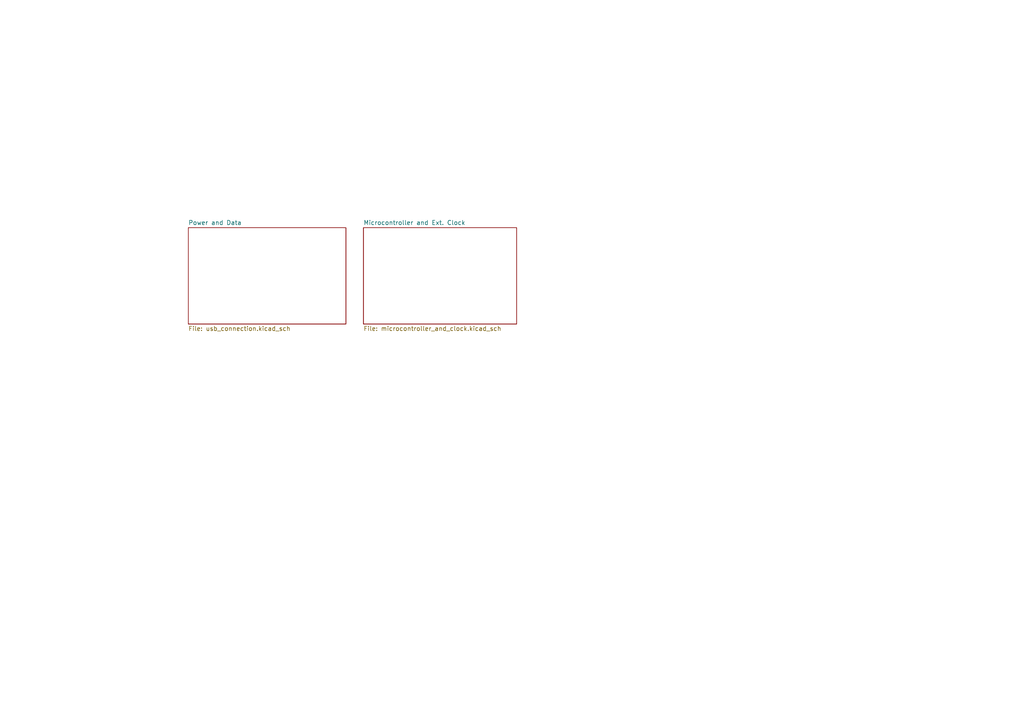
<source format=kicad_sch>
(kicad_sch
	(version 20250114)
	(generator "eeschema")
	(generator_version "9.0")
	(uuid "97d97b34-a2f9-4e5e-9870-299ade25a4f4")
	(paper "A4")
	(title_block
		(title "OpenSync Schematic")
		(date "2025-10-31")
		(rev "0.1")
		(company "OpenPIV Consortium")
	)
	(lib_symbols)
	(sheet
		(at 105.41 66.04)
		(size 44.45 27.94)
		(exclude_from_sim no)
		(in_bom yes)
		(on_board yes)
		(dnp no)
		(fields_autoplaced yes)
		(stroke
			(width 0.1524)
			(type solid)
		)
		(fill
			(color 0 0 0 0.0000)
		)
		(uuid "1cb4b724-597c-4248-8518-89ecf4cdd3ac")
		(property "Sheetname" "Microcontroller and Ext. Clock"
			(at 105.41 65.3284 0)
			(effects
				(font
					(size 1.27 1.27)
				)
				(justify left bottom)
			)
		)
		(property "Sheetfile" "microcontroller_and_clock.kicad_sch"
			(at 105.41 94.5646 0)
			(effects
				(font
					(size 1.27 1.27)
				)
				(justify left top)
			)
		)
		(instances
			(project "opensync_prototype"
				(path "/97d97b34-a2f9-4e5e-9870-299ade25a4f4"
					(page "2")
				)
			)
		)
	)
	(sheet
		(at 54.61 66.04)
		(size 45.72 27.94)
		(exclude_from_sim no)
		(in_bom yes)
		(on_board yes)
		(dnp no)
		(fields_autoplaced yes)
		(stroke
			(width 0.1524)
			(type solid)
		)
		(fill
			(color 0 0 0 0.0000)
		)
		(uuid "73ed134d-44af-4d5d-a859-f740472c6953")
		(property "Sheetname" "Power and Data"
			(at 54.61 65.3284 0)
			(effects
				(font
					(size 1.27 1.27)
				)
				(justify left bottom)
			)
		)
		(property "Sheetfile" "usb_connection.kicad_sch"
			(at 54.61 94.5646 0)
			(effects
				(font
					(size 1.27 1.27)
				)
				(justify left top)
			)
		)
		(instances
			(project "opensync_prototype"
				(path "/97d97b34-a2f9-4e5e-9870-299ade25a4f4"
					(page "3")
				)
			)
		)
	)
	(sheet_instances
		(path "/"
			(page "1")
		)
	)
	(embedded_fonts no)
)

</source>
